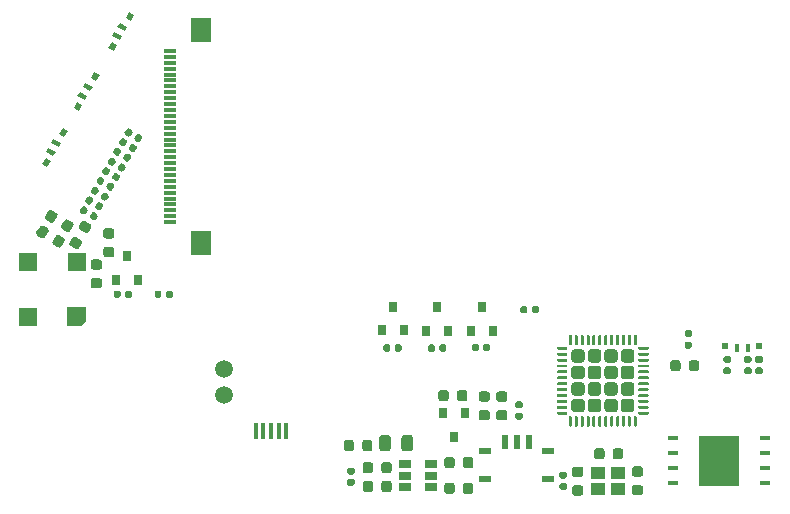
<source format=gtp>
G04 #@! TF.GenerationSoftware,KiCad,Pcbnew,(5.1.6)-1*
G04 #@! TF.CreationDate,2021-01-06T20:51:57+08:00*
G04 #@! TF.ProjectId,main_V1.0,6d61696e-5f56-4312-9e30-2e6b69636164,rev?*
G04 #@! TF.SameCoordinates,Original*
G04 #@! TF.FileFunction,Paste,Top*
G04 #@! TF.FilePolarity,Positive*
%FSLAX46Y46*%
G04 Gerber Fmt 4.6, Leading zero omitted, Abs format (unit mm)*
G04 Created by KiCad (PCBNEW (5.1.6)-1) date 2021-01-06 20:51:57*
%MOMM*%
%LPD*%
G01*
G04 APERTURE LIST*
%ADD10R,1.700000X2.000000*%
%ADD11R,1.100000X0.300000*%
%ADD12C,0.100000*%
%ADD13R,0.600000X0.500000*%
%ADD14R,0.400000X0.750000*%
%ADD15R,3.450000X4.350000*%
%ADD16R,0.950000X0.450000*%
%ADD17R,0.400000X1.350000*%
%ADD18R,1.150000X1.000000*%
%ADD19R,1.600000X1.600000*%
%ADD20R,0.800000X0.900000*%
%ADD21R,1.000000X0.500000*%
%ADD22R,0.500000X1.300000*%
%ADD23R,1.060000X0.650000*%
%ADD24C,1.500000*%
G04 APERTURE END LIST*
D10*
X46819000Y5117000D03*
D11*
X44262500Y-8650000D03*
X44262500Y350000D03*
X44262500Y1350000D03*
X44262500Y2350000D03*
X44262500Y-2650000D03*
X44262500Y2850000D03*
X44262500Y-8150000D03*
X44262500Y-5150000D03*
X44262500Y-650000D03*
X44262500Y-7650000D03*
X44262500Y-1150000D03*
X44262500Y1850000D03*
X44262500Y-10650000D03*
D10*
X46819000Y-12917000D03*
D11*
X44262500Y-3650000D03*
X44262500Y-9150000D03*
X44262500Y-6150000D03*
X44262500Y-3150000D03*
X44262500Y-1650000D03*
X44262500Y-11150000D03*
X44262500Y-9650000D03*
X44262500Y-150000D03*
X44262500Y850000D03*
X44262500Y-4150000D03*
X44262500Y-5650000D03*
X44262500Y3350000D03*
X44262500Y-7150000D03*
X44262500Y-4650000D03*
X44262500Y-6650000D03*
X44262500Y-10150000D03*
X44262500Y-2150000D03*
G36*
G01*
X38682105Y-7667711D02*
X38509606Y-7966489D01*
G75*
G02*
X38308117Y-8020478I-127739J73750D01*
G01*
X38052639Y-7872978D01*
G75*
G02*
X37998650Y-7671489I73750J127739D01*
G01*
X38171150Y-7372711D01*
G75*
G02*
X38372639Y-7318722I127739J-73750D01*
G01*
X38628117Y-7466222D01*
G75*
G02*
X38682106Y-7667711I-73750J-127739D01*
G01*
G37*
G36*
G01*
X39522149Y-8152711D02*
X39349650Y-8451489D01*
G75*
G02*
X39148161Y-8505478I-127739J73750D01*
G01*
X38892683Y-8357978D01*
G75*
G02*
X38838694Y-8156489I73750J127739D01*
G01*
X39011194Y-7857711D01*
G75*
G02*
X39212683Y-7803722I127739J-73750D01*
G01*
X39468161Y-7951222D01*
G75*
G02*
X39522150Y-8152711I-73750J-127739D01*
G01*
G37*
G36*
G01*
X38199505Y-8493211D02*
X38027006Y-8791989D01*
G75*
G02*
X37825517Y-8845978I-127739J73750D01*
G01*
X37570039Y-8698478D01*
G75*
G02*
X37516050Y-8496989I73750J127739D01*
G01*
X37688550Y-8198211D01*
G75*
G02*
X37890039Y-8144222I127739J-73750D01*
G01*
X38145517Y-8291722D01*
G75*
G02*
X38199506Y-8493211I-73750J-127739D01*
G01*
G37*
G36*
G01*
X39039549Y-8978211D02*
X38867050Y-9276989D01*
G75*
G02*
X38665561Y-9330978I-127739J73750D01*
G01*
X38410083Y-9183478D01*
G75*
G02*
X38356094Y-8981989I73750J127739D01*
G01*
X38528594Y-8683211D01*
G75*
G02*
X38730083Y-8629222I127739J-73750D01*
G01*
X38985561Y-8776722D01*
G75*
G02*
X39039550Y-8978211I-73750J-127739D01*
G01*
G37*
G36*
G01*
X38796250Y-13240500D02*
X39308750Y-13240500D01*
G75*
G02*
X39527500Y-13459250I0J-218750D01*
G01*
X39527500Y-13896750D01*
G75*
G02*
X39308750Y-14115500I-218750J0D01*
G01*
X38796250Y-14115500D01*
G75*
G02*
X38577500Y-13896750I0J218750D01*
G01*
X38577500Y-13459250D01*
G75*
G02*
X38796250Y-13240500I218750J0D01*
G01*
G37*
G36*
G01*
X38796250Y-11665500D02*
X39308750Y-11665500D01*
G75*
G02*
X39527500Y-11884250I0J-218750D01*
G01*
X39527500Y-12321750D01*
G75*
G02*
X39308750Y-12540500I-218750J0D01*
G01*
X38796250Y-12540500D01*
G75*
G02*
X38577500Y-12321750I0J218750D01*
G01*
X38577500Y-11884250D01*
G75*
G02*
X38796250Y-11665500I218750J0D01*
G01*
G37*
G36*
G01*
X36242581Y-12392384D02*
X36686419Y-12648634D01*
G75*
G02*
X36766487Y-12947452I-109375J-189443D01*
G01*
X36547737Y-13326338D01*
G75*
G02*
X36248919Y-13406406I-189443J109375D01*
G01*
X35805081Y-13150156D01*
G75*
G02*
X35725013Y-12851338I109375J189443D01*
G01*
X35943763Y-12472452D01*
G75*
G02*
X36242581Y-12392384I189443J-109375D01*
G01*
G37*
G36*
G01*
X37030081Y-11028394D02*
X37473919Y-11284644D01*
G75*
G02*
X37553987Y-11583462I-109375J-189443D01*
G01*
X37335237Y-11962348D01*
G75*
G02*
X37036419Y-12042416I-189443J109375D01*
G01*
X36592581Y-11786166D01*
G75*
G02*
X36512513Y-11487348I109375J189443D01*
G01*
X36731263Y-11108462D01*
G75*
G02*
X37030081Y-11028394I189443J-109375D01*
G01*
G37*
D12*
G36*
X40912800Y5856749D02*
G01*
X40479788Y6106749D01*
X40779788Y6626365D01*
X41212800Y6376365D01*
X40912800Y5856749D01*
G37*
G36*
X40427800Y5016704D02*
G01*
X39778280Y5391704D01*
X39978280Y5738114D01*
X40627800Y5363114D01*
X40427800Y5016704D01*
G37*
G36*
X39452800Y3327954D02*
G01*
X39019788Y3577954D01*
X39319788Y4097570D01*
X39752800Y3847570D01*
X39452800Y3327954D01*
G37*
G36*
X39977800Y4237282D02*
G01*
X39328280Y4612282D01*
X39528280Y4958692D01*
X40177800Y4583692D01*
X39977800Y4237282D01*
G37*
G36*
G01*
X63258301Y-21965702D02*
X63258301Y-21620702D01*
G75*
G02*
X63405801Y-21473202I147500J0D01*
G01*
X63700801Y-21473202D01*
G75*
G02*
X63848301Y-21620702I0J-147500D01*
G01*
X63848301Y-21965702D01*
G75*
G02*
X63700801Y-22113202I-147500J0D01*
G01*
X63405801Y-22113202D01*
G75*
G02*
X63258301Y-21965702I0J147500D01*
G01*
G37*
G36*
G01*
X62288301Y-21965702D02*
X62288301Y-21620702D01*
G75*
G02*
X62435801Y-21473202I147500J0D01*
G01*
X62730801Y-21473202D01*
G75*
G02*
X62878301Y-21620702I0J-147500D01*
G01*
X62878301Y-21965702D01*
G75*
G02*
X62730801Y-22113202I-147500J0D01*
G01*
X62435801Y-22113202D01*
G75*
G02*
X62288301Y-21965702I0J147500D01*
G01*
G37*
G36*
G01*
X67042799Y-21991104D02*
X67042799Y-21646104D01*
G75*
G02*
X67190299Y-21498604I147500J0D01*
G01*
X67485299Y-21498604D01*
G75*
G02*
X67632799Y-21646104I0J-147500D01*
G01*
X67632799Y-21991104D01*
G75*
G02*
X67485299Y-22138604I-147500J0D01*
G01*
X67190299Y-22138604D01*
G75*
G02*
X67042799Y-21991104I0J147500D01*
G01*
G37*
G36*
G01*
X66072799Y-21991104D02*
X66072799Y-21646104D01*
G75*
G02*
X66220299Y-21498604I147500J0D01*
G01*
X66515299Y-21498604D01*
G75*
G02*
X66662799Y-21646104I0J-147500D01*
G01*
X66662799Y-21991104D01*
G75*
G02*
X66515299Y-22138604I-147500J0D01*
G01*
X66220299Y-22138604D01*
G75*
G02*
X66072799Y-21991104I0J147500D01*
G01*
G37*
G36*
G01*
X70751200Y-21940299D02*
X70751200Y-21595299D01*
G75*
G02*
X70898700Y-21447799I147500J0D01*
G01*
X71193700Y-21447799D01*
G75*
G02*
X71341200Y-21595299I0J-147500D01*
G01*
X71341200Y-21940299D01*
G75*
G02*
X71193700Y-22087799I-147500J0D01*
G01*
X70898700Y-22087799D01*
G75*
G02*
X70751200Y-21940299I0J147500D01*
G01*
G37*
G36*
G01*
X69781200Y-21940299D02*
X69781200Y-21595299D01*
G75*
G02*
X69928700Y-21447799I147500J0D01*
G01*
X70223700Y-21447799D01*
G75*
G02*
X70371200Y-21595299I0J-147500D01*
G01*
X70371200Y-21940299D01*
G75*
G02*
X70223700Y-22087799I-147500J0D01*
G01*
X69928700Y-22087799D01*
G75*
G02*
X69781200Y-21940299I0J147500D01*
G01*
G37*
G36*
G01*
X59722800Y-32512500D02*
X59377800Y-32512500D01*
G75*
G02*
X59230300Y-32365000I0J147500D01*
G01*
X59230300Y-32070000D01*
G75*
G02*
X59377800Y-31922500I147500J0D01*
G01*
X59722800Y-31922500D01*
G75*
G02*
X59870300Y-32070000I0J-147500D01*
G01*
X59870300Y-32365000D01*
G75*
G02*
X59722800Y-32512500I-147500J0D01*
G01*
G37*
G36*
G01*
X59722800Y-33482500D02*
X59377800Y-33482500D01*
G75*
G02*
X59230300Y-33335000I0J147500D01*
G01*
X59230300Y-33040000D01*
G75*
G02*
X59377800Y-32892500I147500J0D01*
G01*
X59722800Y-32892500D01*
G75*
G02*
X59870300Y-33040000I0J-147500D01*
G01*
X59870300Y-33335000D01*
G75*
G02*
X59722800Y-33482500I-147500J0D01*
G01*
G37*
G36*
G01*
X40423600Y-17431800D02*
X40423600Y-17086800D01*
G75*
G02*
X40571100Y-16939300I147500J0D01*
G01*
X40866100Y-16939300D01*
G75*
G02*
X41013600Y-17086800I0J-147500D01*
G01*
X41013600Y-17431800D01*
G75*
G02*
X40866100Y-17579300I-147500J0D01*
G01*
X40571100Y-17579300D01*
G75*
G02*
X40423600Y-17431800I0J147500D01*
G01*
G37*
G36*
G01*
X39453600Y-17431800D02*
X39453600Y-17086800D01*
G75*
G02*
X39601100Y-16939300I147500J0D01*
G01*
X39896100Y-16939300D01*
G75*
G02*
X40043600Y-17086800I0J-147500D01*
G01*
X40043600Y-17431800D01*
G75*
G02*
X39896100Y-17579300I-147500J0D01*
G01*
X39601100Y-17579300D01*
G75*
G02*
X39453600Y-17431800I0J147500D01*
G01*
G37*
G36*
G01*
X43886800Y-17433400D02*
X43886800Y-17088400D01*
G75*
G02*
X44034300Y-16940900I147500J0D01*
G01*
X44329300Y-16940900D01*
G75*
G02*
X44476800Y-17088400I0J-147500D01*
G01*
X44476800Y-17433400D01*
G75*
G02*
X44329300Y-17580900I-147500J0D01*
G01*
X44034300Y-17580900D01*
G75*
G02*
X43886800Y-17433400I0J147500D01*
G01*
G37*
G36*
G01*
X42916800Y-17433400D02*
X42916800Y-17088400D01*
G75*
G02*
X43064300Y-16940900I147500J0D01*
G01*
X43359300Y-16940900D01*
G75*
G02*
X43506800Y-17088400I0J-147500D01*
G01*
X43506800Y-17433400D01*
G75*
G02*
X43359300Y-17580900I-147500J0D01*
G01*
X43064300Y-17580900D01*
G75*
G02*
X42916800Y-17433400I0J147500D01*
G01*
G37*
G36*
G01*
X73934100Y-26899100D02*
X73589100Y-26899100D01*
G75*
G02*
X73441600Y-26751600I0J147500D01*
G01*
X73441600Y-26456600D01*
G75*
G02*
X73589100Y-26309100I147500J0D01*
G01*
X73934100Y-26309100D01*
G75*
G02*
X74081600Y-26456600I0J-147500D01*
G01*
X74081600Y-26751600D01*
G75*
G02*
X73934100Y-26899100I-147500J0D01*
G01*
G37*
G36*
G01*
X73934100Y-27869100D02*
X73589100Y-27869100D01*
G75*
G02*
X73441600Y-27721600I0J147500D01*
G01*
X73441600Y-27426600D01*
G75*
G02*
X73589100Y-27279100I147500J0D01*
G01*
X73934100Y-27279100D01*
G75*
G02*
X74081600Y-27426600I0J-147500D01*
G01*
X74081600Y-27721600D01*
G75*
G02*
X73934100Y-27869100I-147500J0D01*
G01*
G37*
G36*
G01*
X74486000Y-18382200D02*
X74486000Y-18727200D01*
G75*
G02*
X74338500Y-18874700I-147500J0D01*
G01*
X74043500Y-18874700D01*
G75*
G02*
X73896000Y-18727200I0J147500D01*
G01*
X73896000Y-18382200D01*
G75*
G02*
X74043500Y-18234700I147500J0D01*
G01*
X74338500Y-18234700D01*
G75*
G02*
X74486000Y-18382200I0J-147500D01*
G01*
G37*
G36*
G01*
X75456000Y-18382200D02*
X75456000Y-18727200D01*
G75*
G02*
X75308500Y-18874700I-147500J0D01*
G01*
X75013500Y-18874700D01*
G75*
G02*
X74866000Y-18727200I0J147500D01*
G01*
X74866000Y-18382200D01*
G75*
G02*
X75013500Y-18234700I147500J0D01*
G01*
X75308500Y-18234700D01*
G75*
G02*
X75456000Y-18382200I0J-147500D01*
G01*
G37*
G36*
G01*
X87940100Y-21259300D02*
X88285100Y-21259300D01*
G75*
G02*
X88432600Y-21406800I0J-147500D01*
G01*
X88432600Y-21701800D01*
G75*
G02*
X88285100Y-21849300I-147500J0D01*
G01*
X87940100Y-21849300D01*
G75*
G02*
X87792600Y-21701800I0J147500D01*
G01*
X87792600Y-21406800D01*
G75*
G02*
X87940100Y-21259300I147500J0D01*
G01*
G37*
G36*
G01*
X87940100Y-20289300D02*
X88285100Y-20289300D01*
G75*
G02*
X88432600Y-20436800I0J-147500D01*
G01*
X88432600Y-20731800D01*
G75*
G02*
X88285100Y-20879300I-147500J0D01*
G01*
X87940100Y-20879300D01*
G75*
G02*
X87792600Y-20731800I0J147500D01*
G01*
X87792600Y-20436800D01*
G75*
G02*
X87940100Y-20289300I147500J0D01*
G01*
G37*
G36*
G01*
X77348300Y-33248100D02*
X77693300Y-33248100D01*
G75*
G02*
X77840800Y-33395600I0J-147500D01*
G01*
X77840800Y-33690600D01*
G75*
G02*
X77693300Y-33838100I-147500J0D01*
G01*
X77348300Y-33838100D01*
G75*
G02*
X77200800Y-33690600I0J147500D01*
G01*
X77200800Y-33395600D01*
G75*
G02*
X77348300Y-33248100I147500J0D01*
G01*
G37*
G36*
G01*
X77348300Y-32278100D02*
X77693300Y-32278100D01*
G75*
G02*
X77840800Y-32425600I0J-147500D01*
G01*
X77840800Y-32720600D01*
G75*
G02*
X77693300Y-32868100I-147500J0D01*
G01*
X77348300Y-32868100D01*
G75*
G02*
X77200800Y-32720600I0J147500D01*
G01*
X77200800Y-32425600D01*
G75*
G02*
X77348300Y-32278100I147500J0D01*
G01*
G37*
G36*
X37966400Y776749D02*
G01*
X37533388Y1026749D01*
X37833388Y1546365D01*
X38266400Y1296365D01*
X37966400Y776749D01*
G37*
G36*
X37481400Y-63296D02*
G01*
X36831880Y311704D01*
X37031880Y658114D01*
X37681400Y283114D01*
X37481400Y-63296D01*
G37*
G36*
X36506400Y-1752046D02*
G01*
X36073388Y-1502046D01*
X36373388Y-982430D01*
X36806400Y-1232430D01*
X36506400Y-1752046D01*
G37*
G36*
X37031400Y-842718D02*
G01*
X36381880Y-467718D01*
X36581880Y-121308D01*
X37231400Y-496308D01*
X37031400Y-842718D01*
G37*
G36*
X35281000Y-3959949D02*
G01*
X34847988Y-3709949D01*
X35147988Y-3190333D01*
X35581000Y-3440333D01*
X35281000Y-3959949D01*
G37*
G36*
X34796000Y-4799994D02*
G01*
X34146480Y-4424994D01*
X34346480Y-4078584D01*
X34996000Y-4453584D01*
X34796000Y-4799994D01*
G37*
G36*
X33821000Y-6488744D02*
G01*
X33387988Y-6238744D01*
X33687988Y-5719128D01*
X34121000Y-5969128D01*
X33821000Y-6488744D01*
G37*
G36*
X34346000Y-5579416D02*
G01*
X33696480Y-5204416D01*
X33896480Y-4858006D01*
X34546000Y-5233006D01*
X34346000Y-5579416D01*
G37*
D13*
X91202700Y-21649500D03*
D14*
X92272700Y-21774500D03*
D13*
X94122700Y-21649500D03*
D14*
X93172700Y-21774500D03*
D15*
X90728800Y-31330900D03*
D16*
X86828800Y-33235900D03*
X86828800Y-31965900D03*
X86828800Y-30695900D03*
X86828800Y-29425900D03*
X94628800Y-29425900D03*
X94628800Y-30695900D03*
X94628800Y-31965900D03*
X94628800Y-33235900D03*
D17*
X52118500Y-28814300D03*
X51468500Y-28814300D03*
X53418500Y-28814300D03*
X54068500Y-28814300D03*
X52768500Y-28814300D03*
G36*
G01*
X37729605Y-9318711D02*
X37557106Y-9617489D01*
G75*
G02*
X37355617Y-9671478I-127739J73750D01*
G01*
X37100139Y-9523978D01*
G75*
G02*
X37046150Y-9322489I73750J127739D01*
G01*
X37218650Y-9023711D01*
G75*
G02*
X37420139Y-8969722I127739J-73750D01*
G01*
X37675617Y-9117222D01*
G75*
G02*
X37729606Y-9318711I-73750J-127739D01*
G01*
G37*
G36*
G01*
X38569649Y-9803711D02*
X38397150Y-10102489D01*
G75*
G02*
X38195661Y-10156478I-127739J73750D01*
G01*
X37940183Y-10008978D01*
G75*
G02*
X37886194Y-9807489I73750J127739D01*
G01*
X38058694Y-9508711D01*
G75*
G02*
X38260183Y-9454722I127739J-73750D01*
G01*
X38515661Y-9602222D01*
G75*
G02*
X38569650Y-9803711I-73750J-127739D01*
G01*
G37*
G36*
G01*
X37259705Y-10144211D02*
X37087206Y-10442989D01*
G75*
G02*
X36885717Y-10496978I-127739J73750D01*
G01*
X36630239Y-10349478D01*
G75*
G02*
X36576250Y-10147989I73750J127739D01*
G01*
X36748750Y-9849211D01*
G75*
G02*
X36950239Y-9795222I127739J-73750D01*
G01*
X37205717Y-9942722D01*
G75*
G02*
X37259706Y-10144211I-73750J-127739D01*
G01*
G37*
G36*
G01*
X38099749Y-10629211D02*
X37927250Y-10927989D01*
G75*
G02*
X37725761Y-10981978I-127739J73750D01*
G01*
X37470283Y-10834478D01*
G75*
G02*
X37416294Y-10632989I73750J127739D01*
G01*
X37588794Y-10334211D01*
G75*
G02*
X37790283Y-10280222I127739J-73750D01*
G01*
X38045761Y-10427722D01*
G75*
G02*
X38099750Y-10629211I-73750J-127739D01*
G01*
G37*
G36*
G01*
X39634605Y-6029411D02*
X39462106Y-6328189D01*
G75*
G02*
X39260617Y-6382178I-127739J73750D01*
G01*
X39005139Y-6234678D01*
G75*
G02*
X38951150Y-6033189I73750J127739D01*
G01*
X39123650Y-5734411D01*
G75*
G02*
X39325139Y-5680422I127739J-73750D01*
G01*
X39580617Y-5827922D01*
G75*
G02*
X39634606Y-6029411I-73750J-127739D01*
G01*
G37*
G36*
G01*
X40474649Y-6514411D02*
X40302150Y-6813189D01*
G75*
G02*
X40100661Y-6867178I-127739J73750D01*
G01*
X39845183Y-6719678D01*
G75*
G02*
X39791194Y-6518189I73750J127739D01*
G01*
X39963694Y-6219411D01*
G75*
G02*
X40165183Y-6165422I127739J-73750D01*
G01*
X40420661Y-6312922D01*
G75*
G02*
X40474650Y-6514411I-73750J-127739D01*
G01*
G37*
G36*
G01*
X39152005Y-6842211D02*
X38979506Y-7140989D01*
G75*
G02*
X38778017Y-7194978I-127739J73750D01*
G01*
X38522539Y-7047478D01*
G75*
G02*
X38468550Y-6845989I73750J127739D01*
G01*
X38641050Y-6547211D01*
G75*
G02*
X38842539Y-6493222I127739J-73750D01*
G01*
X39098017Y-6640722D01*
G75*
G02*
X39152006Y-6842211I-73750J-127739D01*
G01*
G37*
G36*
G01*
X39992049Y-7327211D02*
X39819550Y-7625989D01*
G75*
G02*
X39618061Y-7679978I-127739J73750D01*
G01*
X39362583Y-7532478D01*
G75*
G02*
X39308594Y-7330989I73750J127739D01*
G01*
X39481094Y-7032211D01*
G75*
G02*
X39682583Y-6978222I127739J-73750D01*
G01*
X39938061Y-7125722D01*
G75*
G02*
X39992050Y-7327211I-73750J-127739D01*
G01*
G37*
G36*
G01*
X41057005Y-3552911D02*
X40884506Y-3851689D01*
G75*
G02*
X40683017Y-3905678I-127739J73750D01*
G01*
X40427539Y-3758178D01*
G75*
G02*
X40373550Y-3556689I73750J127739D01*
G01*
X40546050Y-3257911D01*
G75*
G02*
X40747539Y-3203922I127739J-73750D01*
G01*
X41003017Y-3351422D01*
G75*
G02*
X41057006Y-3552911I-73750J-127739D01*
G01*
G37*
G36*
G01*
X41897049Y-4037911D02*
X41724550Y-4336689D01*
G75*
G02*
X41523061Y-4390678I-127739J73750D01*
G01*
X41267583Y-4243178D01*
G75*
G02*
X41213594Y-4041689I73750J127739D01*
G01*
X41386094Y-3742911D01*
G75*
G02*
X41587583Y-3688922I127739J-73750D01*
G01*
X41843061Y-3836422D01*
G75*
G02*
X41897050Y-4037911I-73750J-127739D01*
G01*
G37*
G36*
G01*
X40587105Y-4378411D02*
X40414606Y-4677189D01*
G75*
G02*
X40213117Y-4731178I-127739J73750D01*
G01*
X39957639Y-4583678D01*
G75*
G02*
X39903650Y-4382189I73750J127739D01*
G01*
X40076150Y-4083411D01*
G75*
G02*
X40277639Y-4029422I127739J-73750D01*
G01*
X40533117Y-4176922D01*
G75*
G02*
X40587106Y-4378411I-73750J-127739D01*
G01*
G37*
G36*
G01*
X41427149Y-4863411D02*
X41254650Y-5162189D01*
G75*
G02*
X41053161Y-5216178I-127739J73750D01*
G01*
X40797683Y-5068678D01*
G75*
G02*
X40743694Y-4867189I73750J127739D01*
G01*
X40916194Y-4568411D01*
G75*
G02*
X41117683Y-4514422I127739J-73750D01*
G01*
X41373161Y-4661922D01*
G75*
G02*
X41427150Y-4863411I-73750J-127739D01*
G01*
G37*
G36*
G01*
X40104505Y-5203911D02*
X39932006Y-5502689D01*
G75*
G02*
X39730517Y-5556678I-127739J73750D01*
G01*
X39475039Y-5409178D01*
G75*
G02*
X39421050Y-5207689I73750J127739D01*
G01*
X39593550Y-4908911D01*
G75*
G02*
X39795039Y-4854922I127739J-73750D01*
G01*
X40050517Y-5002422D01*
G75*
G02*
X40104506Y-5203911I-73750J-127739D01*
G01*
G37*
G36*
G01*
X40944549Y-5688911D02*
X40772050Y-5987689D01*
G75*
G02*
X40570561Y-6041678I-127739J73750D01*
G01*
X40315083Y-5894178D01*
G75*
G02*
X40261094Y-5692689I73750J127739D01*
G01*
X40433594Y-5393911D01*
G75*
G02*
X40635083Y-5339922I127739J-73750D01*
G01*
X40890561Y-5487422D01*
G75*
G02*
X40944550Y-5688911I-73750J-127739D01*
G01*
G37*
G36*
G01*
X91569300Y-23070900D02*
X91224300Y-23070900D01*
G75*
G02*
X91076800Y-22923400I0J147500D01*
G01*
X91076800Y-22628400D01*
G75*
G02*
X91224300Y-22480900I147500J0D01*
G01*
X91569300Y-22480900D01*
G75*
G02*
X91716800Y-22628400I0J-147500D01*
G01*
X91716800Y-22923400D01*
G75*
G02*
X91569300Y-23070900I-147500J0D01*
G01*
G37*
G36*
G01*
X91569300Y-24040900D02*
X91224300Y-24040900D01*
G75*
G02*
X91076800Y-23893400I0J147500D01*
G01*
X91076800Y-23598400D01*
G75*
G02*
X91224300Y-23450900I147500J0D01*
G01*
X91569300Y-23450900D01*
G75*
G02*
X91716800Y-23598400I0J-147500D01*
G01*
X91716800Y-23893400D01*
G75*
G02*
X91569300Y-24040900I-147500J0D01*
G01*
G37*
G36*
G01*
X93319300Y-23070900D02*
X92974300Y-23070900D01*
G75*
G02*
X92826800Y-22923400I0J147500D01*
G01*
X92826800Y-22628400D01*
G75*
G02*
X92974300Y-22480900I147500J0D01*
G01*
X93319300Y-22480900D01*
G75*
G02*
X93466800Y-22628400I0J-147500D01*
G01*
X93466800Y-22923400D01*
G75*
G02*
X93319300Y-23070900I-147500J0D01*
G01*
G37*
G36*
G01*
X93319300Y-24040900D02*
X92974300Y-24040900D01*
G75*
G02*
X92826800Y-23893400I0J147500D01*
G01*
X92826800Y-23598400D01*
G75*
G02*
X92974300Y-23450900I147500J0D01*
G01*
X93319300Y-23450900D01*
G75*
G02*
X93466800Y-23598400I0J-147500D01*
G01*
X93466800Y-23893400D01*
G75*
G02*
X93319300Y-24040900I-147500J0D01*
G01*
G37*
G36*
G01*
X94269300Y-23070900D02*
X93924300Y-23070900D01*
G75*
G02*
X93776800Y-22923400I0J147500D01*
G01*
X93776800Y-22628400D01*
G75*
G02*
X93924300Y-22480900I147500J0D01*
G01*
X94269300Y-22480900D01*
G75*
G02*
X94416800Y-22628400I0J-147500D01*
G01*
X94416800Y-22923400D01*
G75*
G02*
X94269300Y-23070900I-147500J0D01*
G01*
G37*
G36*
G01*
X94269300Y-24040900D02*
X93924300Y-24040900D01*
G75*
G02*
X93776800Y-23893400I0J147500D01*
G01*
X93776800Y-23598400D01*
G75*
G02*
X93924300Y-23450900I147500J0D01*
G01*
X94269300Y-23450900D01*
G75*
G02*
X94416800Y-23598400I0J-147500D01*
G01*
X94416800Y-23893400D01*
G75*
G02*
X94269300Y-24040900I-147500J0D01*
G01*
G37*
D18*
X82193100Y-33758100D03*
X80443100Y-33758100D03*
X80443100Y-32358100D03*
X82193100Y-32358100D03*
D12*
G36*
X35527300Y-18340200D02*
G01*
X37127300Y-18340200D01*
X37127300Y-19540200D01*
X36727300Y-19940200D01*
X35527300Y-19940200D01*
X35527300Y-18340200D01*
G37*
D19*
X32227300Y-14540200D03*
X36327300Y-14540200D03*
X32227300Y-19140200D03*
D20*
X68287900Y-29333700D03*
X67337900Y-27333700D03*
X69237900Y-27333700D03*
G36*
G01*
X83288600Y-23039500D02*
X82658600Y-23039500D01*
G75*
G02*
X82408600Y-22789500I0J250000D01*
G01*
X82408600Y-22159500D01*
G75*
G02*
X82658600Y-21909500I250000J0D01*
G01*
X83288600Y-21909500D01*
G75*
G02*
X83538600Y-22159500I0J-250000D01*
G01*
X83538600Y-22789500D01*
G75*
G02*
X83288600Y-23039500I-250000J0D01*
G01*
G37*
G36*
G01*
X81888600Y-23039500D02*
X81258600Y-23039500D01*
G75*
G02*
X81008600Y-22789500I0J250000D01*
G01*
X81008600Y-22159500D01*
G75*
G02*
X81258600Y-21909500I250000J0D01*
G01*
X81888600Y-21909500D01*
G75*
G02*
X82138600Y-22159500I0J-250000D01*
G01*
X82138600Y-22789500D01*
G75*
G02*
X81888600Y-23039500I-250000J0D01*
G01*
G37*
G36*
G01*
X80488600Y-23039500D02*
X79858600Y-23039500D01*
G75*
G02*
X79608600Y-22789500I0J250000D01*
G01*
X79608600Y-22159500D01*
G75*
G02*
X79858600Y-21909500I250000J0D01*
G01*
X80488600Y-21909500D01*
G75*
G02*
X80738600Y-22159500I0J-250000D01*
G01*
X80738600Y-22789500D01*
G75*
G02*
X80488600Y-23039500I-250000J0D01*
G01*
G37*
G36*
G01*
X79088600Y-23039500D02*
X78458600Y-23039500D01*
G75*
G02*
X78208600Y-22789500I0J250000D01*
G01*
X78208600Y-22159500D01*
G75*
G02*
X78458600Y-21909500I250000J0D01*
G01*
X79088600Y-21909500D01*
G75*
G02*
X79338600Y-22159500I0J-250000D01*
G01*
X79338600Y-22789500D01*
G75*
G02*
X79088600Y-23039500I-250000J0D01*
G01*
G37*
G36*
G01*
X83288600Y-24439500D02*
X82658600Y-24439500D01*
G75*
G02*
X82408600Y-24189500I0J250000D01*
G01*
X82408600Y-23559500D01*
G75*
G02*
X82658600Y-23309500I250000J0D01*
G01*
X83288600Y-23309500D01*
G75*
G02*
X83538600Y-23559500I0J-250000D01*
G01*
X83538600Y-24189500D01*
G75*
G02*
X83288600Y-24439500I-250000J0D01*
G01*
G37*
G36*
G01*
X81888600Y-24439500D02*
X81258600Y-24439500D01*
G75*
G02*
X81008600Y-24189500I0J250000D01*
G01*
X81008600Y-23559500D01*
G75*
G02*
X81258600Y-23309500I250000J0D01*
G01*
X81888600Y-23309500D01*
G75*
G02*
X82138600Y-23559500I0J-250000D01*
G01*
X82138600Y-24189500D01*
G75*
G02*
X81888600Y-24439500I-250000J0D01*
G01*
G37*
G36*
G01*
X80488600Y-24439500D02*
X79858600Y-24439500D01*
G75*
G02*
X79608600Y-24189500I0J250000D01*
G01*
X79608600Y-23559500D01*
G75*
G02*
X79858600Y-23309500I250000J0D01*
G01*
X80488600Y-23309500D01*
G75*
G02*
X80738600Y-23559500I0J-250000D01*
G01*
X80738600Y-24189500D01*
G75*
G02*
X80488600Y-24439500I-250000J0D01*
G01*
G37*
G36*
G01*
X79088600Y-24439500D02*
X78458600Y-24439500D01*
G75*
G02*
X78208600Y-24189500I0J250000D01*
G01*
X78208600Y-23559500D01*
G75*
G02*
X78458600Y-23309500I250000J0D01*
G01*
X79088600Y-23309500D01*
G75*
G02*
X79338600Y-23559500I0J-250000D01*
G01*
X79338600Y-24189500D01*
G75*
G02*
X79088600Y-24439500I-250000J0D01*
G01*
G37*
G36*
G01*
X83288600Y-25839500D02*
X82658600Y-25839500D01*
G75*
G02*
X82408600Y-25589500I0J250000D01*
G01*
X82408600Y-24959500D01*
G75*
G02*
X82658600Y-24709500I250000J0D01*
G01*
X83288600Y-24709500D01*
G75*
G02*
X83538600Y-24959500I0J-250000D01*
G01*
X83538600Y-25589500D01*
G75*
G02*
X83288600Y-25839500I-250000J0D01*
G01*
G37*
G36*
G01*
X81888600Y-25839500D02*
X81258600Y-25839500D01*
G75*
G02*
X81008600Y-25589500I0J250000D01*
G01*
X81008600Y-24959500D01*
G75*
G02*
X81258600Y-24709500I250000J0D01*
G01*
X81888600Y-24709500D01*
G75*
G02*
X82138600Y-24959500I0J-250000D01*
G01*
X82138600Y-25589500D01*
G75*
G02*
X81888600Y-25839500I-250000J0D01*
G01*
G37*
G36*
G01*
X80488600Y-25839500D02*
X79858600Y-25839500D01*
G75*
G02*
X79608600Y-25589500I0J250000D01*
G01*
X79608600Y-24959500D01*
G75*
G02*
X79858600Y-24709500I250000J0D01*
G01*
X80488600Y-24709500D01*
G75*
G02*
X80738600Y-24959500I0J-250000D01*
G01*
X80738600Y-25589500D01*
G75*
G02*
X80488600Y-25839500I-250000J0D01*
G01*
G37*
G36*
G01*
X79088600Y-25839500D02*
X78458600Y-25839500D01*
G75*
G02*
X78208600Y-25589500I0J250000D01*
G01*
X78208600Y-24959500D01*
G75*
G02*
X78458600Y-24709500I250000J0D01*
G01*
X79088600Y-24709500D01*
G75*
G02*
X79338600Y-24959500I0J-250000D01*
G01*
X79338600Y-25589500D01*
G75*
G02*
X79088600Y-25839500I-250000J0D01*
G01*
G37*
G36*
G01*
X83288600Y-27239500D02*
X82658600Y-27239500D01*
G75*
G02*
X82408600Y-26989500I0J250000D01*
G01*
X82408600Y-26359500D01*
G75*
G02*
X82658600Y-26109500I250000J0D01*
G01*
X83288600Y-26109500D01*
G75*
G02*
X83538600Y-26359500I0J-250000D01*
G01*
X83538600Y-26989500D01*
G75*
G02*
X83288600Y-27239500I-250000J0D01*
G01*
G37*
G36*
G01*
X81888600Y-27239500D02*
X81258600Y-27239500D01*
G75*
G02*
X81008600Y-26989500I0J250000D01*
G01*
X81008600Y-26359500D01*
G75*
G02*
X81258600Y-26109500I250000J0D01*
G01*
X81888600Y-26109500D01*
G75*
G02*
X82138600Y-26359500I0J-250000D01*
G01*
X82138600Y-26989500D01*
G75*
G02*
X81888600Y-27239500I-250000J0D01*
G01*
G37*
G36*
G01*
X80488600Y-27239500D02*
X79858600Y-27239500D01*
G75*
G02*
X79608600Y-26989500I0J250000D01*
G01*
X79608600Y-26359500D01*
G75*
G02*
X79858600Y-26109500I250000J0D01*
G01*
X80488600Y-26109500D01*
G75*
G02*
X80738600Y-26359500I0J-250000D01*
G01*
X80738600Y-26989500D01*
G75*
G02*
X80488600Y-27239500I-250000J0D01*
G01*
G37*
G36*
G01*
X79088600Y-27239500D02*
X78458600Y-27239500D01*
G75*
G02*
X78208600Y-26989500I0J250000D01*
G01*
X78208600Y-26359500D01*
G75*
G02*
X78458600Y-26109500I250000J0D01*
G01*
X79088600Y-26109500D01*
G75*
G02*
X79338600Y-26359500I0J-250000D01*
G01*
X79338600Y-26989500D01*
G75*
G02*
X79088600Y-27239500I-250000J0D01*
G01*
G37*
G36*
G01*
X77811100Y-27449500D02*
X77061100Y-27449500D01*
G75*
G02*
X76998600Y-27387000I0J62500D01*
G01*
X76998600Y-27262000D01*
G75*
G02*
X77061100Y-27199500I62500J0D01*
G01*
X77811100Y-27199500D01*
G75*
G02*
X77873600Y-27262000I0J-62500D01*
G01*
X77873600Y-27387000D01*
G75*
G02*
X77811100Y-27449500I-62500J0D01*
G01*
G37*
G36*
G01*
X77811100Y-26949500D02*
X77061100Y-26949500D01*
G75*
G02*
X76998600Y-26887000I0J62500D01*
G01*
X76998600Y-26762000D01*
G75*
G02*
X77061100Y-26699500I62500J0D01*
G01*
X77811100Y-26699500D01*
G75*
G02*
X77873600Y-26762000I0J-62500D01*
G01*
X77873600Y-26887000D01*
G75*
G02*
X77811100Y-26949500I-62500J0D01*
G01*
G37*
G36*
G01*
X77811100Y-26449500D02*
X77061100Y-26449500D01*
G75*
G02*
X76998600Y-26387000I0J62500D01*
G01*
X76998600Y-26262000D01*
G75*
G02*
X77061100Y-26199500I62500J0D01*
G01*
X77811100Y-26199500D01*
G75*
G02*
X77873600Y-26262000I0J-62500D01*
G01*
X77873600Y-26387000D01*
G75*
G02*
X77811100Y-26449500I-62500J0D01*
G01*
G37*
G36*
G01*
X77811100Y-25949500D02*
X77061100Y-25949500D01*
G75*
G02*
X76998600Y-25887000I0J62500D01*
G01*
X76998600Y-25762000D01*
G75*
G02*
X77061100Y-25699500I62500J0D01*
G01*
X77811100Y-25699500D01*
G75*
G02*
X77873600Y-25762000I0J-62500D01*
G01*
X77873600Y-25887000D01*
G75*
G02*
X77811100Y-25949500I-62500J0D01*
G01*
G37*
G36*
G01*
X77811100Y-25449500D02*
X77061100Y-25449500D01*
G75*
G02*
X76998600Y-25387000I0J62500D01*
G01*
X76998600Y-25262000D01*
G75*
G02*
X77061100Y-25199500I62500J0D01*
G01*
X77811100Y-25199500D01*
G75*
G02*
X77873600Y-25262000I0J-62500D01*
G01*
X77873600Y-25387000D01*
G75*
G02*
X77811100Y-25449500I-62500J0D01*
G01*
G37*
G36*
G01*
X77811100Y-24949500D02*
X77061100Y-24949500D01*
G75*
G02*
X76998600Y-24887000I0J62500D01*
G01*
X76998600Y-24762000D01*
G75*
G02*
X77061100Y-24699500I62500J0D01*
G01*
X77811100Y-24699500D01*
G75*
G02*
X77873600Y-24762000I0J-62500D01*
G01*
X77873600Y-24887000D01*
G75*
G02*
X77811100Y-24949500I-62500J0D01*
G01*
G37*
G36*
G01*
X77811100Y-24449500D02*
X77061100Y-24449500D01*
G75*
G02*
X76998600Y-24387000I0J62500D01*
G01*
X76998600Y-24262000D01*
G75*
G02*
X77061100Y-24199500I62500J0D01*
G01*
X77811100Y-24199500D01*
G75*
G02*
X77873600Y-24262000I0J-62500D01*
G01*
X77873600Y-24387000D01*
G75*
G02*
X77811100Y-24449500I-62500J0D01*
G01*
G37*
G36*
G01*
X77811100Y-23949500D02*
X77061100Y-23949500D01*
G75*
G02*
X76998600Y-23887000I0J62500D01*
G01*
X76998600Y-23762000D01*
G75*
G02*
X77061100Y-23699500I62500J0D01*
G01*
X77811100Y-23699500D01*
G75*
G02*
X77873600Y-23762000I0J-62500D01*
G01*
X77873600Y-23887000D01*
G75*
G02*
X77811100Y-23949500I-62500J0D01*
G01*
G37*
G36*
G01*
X77811100Y-23449500D02*
X77061100Y-23449500D01*
G75*
G02*
X76998600Y-23387000I0J62500D01*
G01*
X76998600Y-23262000D01*
G75*
G02*
X77061100Y-23199500I62500J0D01*
G01*
X77811100Y-23199500D01*
G75*
G02*
X77873600Y-23262000I0J-62500D01*
G01*
X77873600Y-23387000D01*
G75*
G02*
X77811100Y-23449500I-62500J0D01*
G01*
G37*
G36*
G01*
X77811100Y-22949500D02*
X77061100Y-22949500D01*
G75*
G02*
X76998600Y-22887000I0J62500D01*
G01*
X76998600Y-22762000D01*
G75*
G02*
X77061100Y-22699500I62500J0D01*
G01*
X77811100Y-22699500D01*
G75*
G02*
X77873600Y-22762000I0J-62500D01*
G01*
X77873600Y-22887000D01*
G75*
G02*
X77811100Y-22949500I-62500J0D01*
G01*
G37*
G36*
G01*
X77811100Y-22449500D02*
X77061100Y-22449500D01*
G75*
G02*
X76998600Y-22387000I0J62500D01*
G01*
X76998600Y-22262000D01*
G75*
G02*
X77061100Y-22199500I62500J0D01*
G01*
X77811100Y-22199500D01*
G75*
G02*
X77873600Y-22262000I0J-62500D01*
G01*
X77873600Y-22387000D01*
G75*
G02*
X77811100Y-22449500I-62500J0D01*
G01*
G37*
G36*
G01*
X77811100Y-21949500D02*
X77061100Y-21949500D01*
G75*
G02*
X76998600Y-21887000I0J62500D01*
G01*
X76998600Y-21762000D01*
G75*
G02*
X77061100Y-21699500I62500J0D01*
G01*
X77811100Y-21699500D01*
G75*
G02*
X77873600Y-21762000I0J-62500D01*
G01*
X77873600Y-21887000D01*
G75*
G02*
X77811100Y-21949500I-62500J0D01*
G01*
G37*
G36*
G01*
X78186100Y-21574500D02*
X78061100Y-21574500D01*
G75*
G02*
X77998600Y-21512000I0J62500D01*
G01*
X77998600Y-20762000D01*
G75*
G02*
X78061100Y-20699500I62500J0D01*
G01*
X78186100Y-20699500D01*
G75*
G02*
X78248600Y-20762000I0J-62500D01*
G01*
X78248600Y-21512000D01*
G75*
G02*
X78186100Y-21574500I-62500J0D01*
G01*
G37*
G36*
G01*
X78686100Y-21574500D02*
X78561100Y-21574500D01*
G75*
G02*
X78498600Y-21512000I0J62500D01*
G01*
X78498600Y-20762000D01*
G75*
G02*
X78561100Y-20699500I62500J0D01*
G01*
X78686100Y-20699500D01*
G75*
G02*
X78748600Y-20762000I0J-62500D01*
G01*
X78748600Y-21512000D01*
G75*
G02*
X78686100Y-21574500I-62500J0D01*
G01*
G37*
G36*
G01*
X79186100Y-21574500D02*
X79061100Y-21574500D01*
G75*
G02*
X78998600Y-21512000I0J62500D01*
G01*
X78998600Y-20762000D01*
G75*
G02*
X79061100Y-20699500I62500J0D01*
G01*
X79186100Y-20699500D01*
G75*
G02*
X79248600Y-20762000I0J-62500D01*
G01*
X79248600Y-21512000D01*
G75*
G02*
X79186100Y-21574500I-62500J0D01*
G01*
G37*
G36*
G01*
X79686100Y-21574500D02*
X79561100Y-21574500D01*
G75*
G02*
X79498600Y-21512000I0J62500D01*
G01*
X79498600Y-20762000D01*
G75*
G02*
X79561100Y-20699500I62500J0D01*
G01*
X79686100Y-20699500D01*
G75*
G02*
X79748600Y-20762000I0J-62500D01*
G01*
X79748600Y-21512000D01*
G75*
G02*
X79686100Y-21574500I-62500J0D01*
G01*
G37*
G36*
G01*
X80186100Y-21574500D02*
X80061100Y-21574500D01*
G75*
G02*
X79998600Y-21512000I0J62500D01*
G01*
X79998600Y-20762000D01*
G75*
G02*
X80061100Y-20699500I62500J0D01*
G01*
X80186100Y-20699500D01*
G75*
G02*
X80248600Y-20762000I0J-62500D01*
G01*
X80248600Y-21512000D01*
G75*
G02*
X80186100Y-21574500I-62500J0D01*
G01*
G37*
G36*
G01*
X80686100Y-21574500D02*
X80561100Y-21574500D01*
G75*
G02*
X80498600Y-21512000I0J62500D01*
G01*
X80498600Y-20762000D01*
G75*
G02*
X80561100Y-20699500I62500J0D01*
G01*
X80686100Y-20699500D01*
G75*
G02*
X80748600Y-20762000I0J-62500D01*
G01*
X80748600Y-21512000D01*
G75*
G02*
X80686100Y-21574500I-62500J0D01*
G01*
G37*
G36*
G01*
X81186100Y-21574500D02*
X81061100Y-21574500D01*
G75*
G02*
X80998600Y-21512000I0J62500D01*
G01*
X80998600Y-20762000D01*
G75*
G02*
X81061100Y-20699500I62500J0D01*
G01*
X81186100Y-20699500D01*
G75*
G02*
X81248600Y-20762000I0J-62500D01*
G01*
X81248600Y-21512000D01*
G75*
G02*
X81186100Y-21574500I-62500J0D01*
G01*
G37*
G36*
G01*
X81686100Y-21574500D02*
X81561100Y-21574500D01*
G75*
G02*
X81498600Y-21512000I0J62500D01*
G01*
X81498600Y-20762000D01*
G75*
G02*
X81561100Y-20699500I62500J0D01*
G01*
X81686100Y-20699500D01*
G75*
G02*
X81748600Y-20762000I0J-62500D01*
G01*
X81748600Y-21512000D01*
G75*
G02*
X81686100Y-21574500I-62500J0D01*
G01*
G37*
G36*
G01*
X82186100Y-21574500D02*
X82061100Y-21574500D01*
G75*
G02*
X81998600Y-21512000I0J62500D01*
G01*
X81998600Y-20762000D01*
G75*
G02*
X82061100Y-20699500I62500J0D01*
G01*
X82186100Y-20699500D01*
G75*
G02*
X82248600Y-20762000I0J-62500D01*
G01*
X82248600Y-21512000D01*
G75*
G02*
X82186100Y-21574500I-62500J0D01*
G01*
G37*
G36*
G01*
X82686100Y-21574500D02*
X82561100Y-21574500D01*
G75*
G02*
X82498600Y-21512000I0J62500D01*
G01*
X82498600Y-20762000D01*
G75*
G02*
X82561100Y-20699500I62500J0D01*
G01*
X82686100Y-20699500D01*
G75*
G02*
X82748600Y-20762000I0J-62500D01*
G01*
X82748600Y-21512000D01*
G75*
G02*
X82686100Y-21574500I-62500J0D01*
G01*
G37*
G36*
G01*
X83186100Y-21574500D02*
X83061100Y-21574500D01*
G75*
G02*
X82998600Y-21512000I0J62500D01*
G01*
X82998600Y-20762000D01*
G75*
G02*
X83061100Y-20699500I62500J0D01*
G01*
X83186100Y-20699500D01*
G75*
G02*
X83248600Y-20762000I0J-62500D01*
G01*
X83248600Y-21512000D01*
G75*
G02*
X83186100Y-21574500I-62500J0D01*
G01*
G37*
G36*
G01*
X83686100Y-21574500D02*
X83561100Y-21574500D01*
G75*
G02*
X83498600Y-21512000I0J62500D01*
G01*
X83498600Y-20762000D01*
G75*
G02*
X83561100Y-20699500I62500J0D01*
G01*
X83686100Y-20699500D01*
G75*
G02*
X83748600Y-20762000I0J-62500D01*
G01*
X83748600Y-21512000D01*
G75*
G02*
X83686100Y-21574500I-62500J0D01*
G01*
G37*
G36*
G01*
X84686100Y-21949500D02*
X83936100Y-21949500D01*
G75*
G02*
X83873600Y-21887000I0J62500D01*
G01*
X83873600Y-21762000D01*
G75*
G02*
X83936100Y-21699500I62500J0D01*
G01*
X84686100Y-21699500D01*
G75*
G02*
X84748600Y-21762000I0J-62500D01*
G01*
X84748600Y-21887000D01*
G75*
G02*
X84686100Y-21949500I-62500J0D01*
G01*
G37*
G36*
G01*
X84686100Y-22449500D02*
X83936100Y-22449500D01*
G75*
G02*
X83873600Y-22387000I0J62500D01*
G01*
X83873600Y-22262000D01*
G75*
G02*
X83936100Y-22199500I62500J0D01*
G01*
X84686100Y-22199500D01*
G75*
G02*
X84748600Y-22262000I0J-62500D01*
G01*
X84748600Y-22387000D01*
G75*
G02*
X84686100Y-22449500I-62500J0D01*
G01*
G37*
G36*
G01*
X84686100Y-22949500D02*
X83936100Y-22949500D01*
G75*
G02*
X83873600Y-22887000I0J62500D01*
G01*
X83873600Y-22762000D01*
G75*
G02*
X83936100Y-22699500I62500J0D01*
G01*
X84686100Y-22699500D01*
G75*
G02*
X84748600Y-22762000I0J-62500D01*
G01*
X84748600Y-22887000D01*
G75*
G02*
X84686100Y-22949500I-62500J0D01*
G01*
G37*
G36*
G01*
X84686100Y-23449500D02*
X83936100Y-23449500D01*
G75*
G02*
X83873600Y-23387000I0J62500D01*
G01*
X83873600Y-23262000D01*
G75*
G02*
X83936100Y-23199500I62500J0D01*
G01*
X84686100Y-23199500D01*
G75*
G02*
X84748600Y-23262000I0J-62500D01*
G01*
X84748600Y-23387000D01*
G75*
G02*
X84686100Y-23449500I-62500J0D01*
G01*
G37*
G36*
G01*
X84686100Y-23949500D02*
X83936100Y-23949500D01*
G75*
G02*
X83873600Y-23887000I0J62500D01*
G01*
X83873600Y-23762000D01*
G75*
G02*
X83936100Y-23699500I62500J0D01*
G01*
X84686100Y-23699500D01*
G75*
G02*
X84748600Y-23762000I0J-62500D01*
G01*
X84748600Y-23887000D01*
G75*
G02*
X84686100Y-23949500I-62500J0D01*
G01*
G37*
G36*
G01*
X84686100Y-24449500D02*
X83936100Y-24449500D01*
G75*
G02*
X83873600Y-24387000I0J62500D01*
G01*
X83873600Y-24262000D01*
G75*
G02*
X83936100Y-24199500I62500J0D01*
G01*
X84686100Y-24199500D01*
G75*
G02*
X84748600Y-24262000I0J-62500D01*
G01*
X84748600Y-24387000D01*
G75*
G02*
X84686100Y-24449500I-62500J0D01*
G01*
G37*
G36*
G01*
X84686100Y-24949500D02*
X83936100Y-24949500D01*
G75*
G02*
X83873600Y-24887000I0J62500D01*
G01*
X83873600Y-24762000D01*
G75*
G02*
X83936100Y-24699500I62500J0D01*
G01*
X84686100Y-24699500D01*
G75*
G02*
X84748600Y-24762000I0J-62500D01*
G01*
X84748600Y-24887000D01*
G75*
G02*
X84686100Y-24949500I-62500J0D01*
G01*
G37*
G36*
G01*
X84686100Y-25449500D02*
X83936100Y-25449500D01*
G75*
G02*
X83873600Y-25387000I0J62500D01*
G01*
X83873600Y-25262000D01*
G75*
G02*
X83936100Y-25199500I62500J0D01*
G01*
X84686100Y-25199500D01*
G75*
G02*
X84748600Y-25262000I0J-62500D01*
G01*
X84748600Y-25387000D01*
G75*
G02*
X84686100Y-25449500I-62500J0D01*
G01*
G37*
G36*
G01*
X84686100Y-25949500D02*
X83936100Y-25949500D01*
G75*
G02*
X83873600Y-25887000I0J62500D01*
G01*
X83873600Y-25762000D01*
G75*
G02*
X83936100Y-25699500I62500J0D01*
G01*
X84686100Y-25699500D01*
G75*
G02*
X84748600Y-25762000I0J-62500D01*
G01*
X84748600Y-25887000D01*
G75*
G02*
X84686100Y-25949500I-62500J0D01*
G01*
G37*
G36*
G01*
X84686100Y-26449500D02*
X83936100Y-26449500D01*
G75*
G02*
X83873600Y-26387000I0J62500D01*
G01*
X83873600Y-26262000D01*
G75*
G02*
X83936100Y-26199500I62500J0D01*
G01*
X84686100Y-26199500D01*
G75*
G02*
X84748600Y-26262000I0J-62500D01*
G01*
X84748600Y-26387000D01*
G75*
G02*
X84686100Y-26449500I-62500J0D01*
G01*
G37*
G36*
G01*
X84686100Y-26949500D02*
X83936100Y-26949500D01*
G75*
G02*
X83873600Y-26887000I0J62500D01*
G01*
X83873600Y-26762000D01*
G75*
G02*
X83936100Y-26699500I62500J0D01*
G01*
X84686100Y-26699500D01*
G75*
G02*
X84748600Y-26762000I0J-62500D01*
G01*
X84748600Y-26887000D01*
G75*
G02*
X84686100Y-26949500I-62500J0D01*
G01*
G37*
G36*
G01*
X84686100Y-27449500D02*
X83936100Y-27449500D01*
G75*
G02*
X83873600Y-27387000I0J62500D01*
G01*
X83873600Y-27262000D01*
G75*
G02*
X83936100Y-27199500I62500J0D01*
G01*
X84686100Y-27199500D01*
G75*
G02*
X84748600Y-27262000I0J-62500D01*
G01*
X84748600Y-27387000D01*
G75*
G02*
X84686100Y-27449500I-62500J0D01*
G01*
G37*
G36*
G01*
X83686100Y-28449500D02*
X83561100Y-28449500D01*
G75*
G02*
X83498600Y-28387000I0J62500D01*
G01*
X83498600Y-27637000D01*
G75*
G02*
X83561100Y-27574500I62500J0D01*
G01*
X83686100Y-27574500D01*
G75*
G02*
X83748600Y-27637000I0J-62500D01*
G01*
X83748600Y-28387000D01*
G75*
G02*
X83686100Y-28449500I-62500J0D01*
G01*
G37*
G36*
G01*
X83186100Y-28449500D02*
X83061100Y-28449500D01*
G75*
G02*
X82998600Y-28387000I0J62500D01*
G01*
X82998600Y-27637000D01*
G75*
G02*
X83061100Y-27574500I62500J0D01*
G01*
X83186100Y-27574500D01*
G75*
G02*
X83248600Y-27637000I0J-62500D01*
G01*
X83248600Y-28387000D01*
G75*
G02*
X83186100Y-28449500I-62500J0D01*
G01*
G37*
G36*
G01*
X82686100Y-28449500D02*
X82561100Y-28449500D01*
G75*
G02*
X82498600Y-28387000I0J62500D01*
G01*
X82498600Y-27637000D01*
G75*
G02*
X82561100Y-27574500I62500J0D01*
G01*
X82686100Y-27574500D01*
G75*
G02*
X82748600Y-27637000I0J-62500D01*
G01*
X82748600Y-28387000D01*
G75*
G02*
X82686100Y-28449500I-62500J0D01*
G01*
G37*
G36*
G01*
X82186100Y-28449500D02*
X82061100Y-28449500D01*
G75*
G02*
X81998600Y-28387000I0J62500D01*
G01*
X81998600Y-27637000D01*
G75*
G02*
X82061100Y-27574500I62500J0D01*
G01*
X82186100Y-27574500D01*
G75*
G02*
X82248600Y-27637000I0J-62500D01*
G01*
X82248600Y-28387000D01*
G75*
G02*
X82186100Y-28449500I-62500J0D01*
G01*
G37*
G36*
G01*
X81686100Y-28449500D02*
X81561100Y-28449500D01*
G75*
G02*
X81498600Y-28387000I0J62500D01*
G01*
X81498600Y-27637000D01*
G75*
G02*
X81561100Y-27574500I62500J0D01*
G01*
X81686100Y-27574500D01*
G75*
G02*
X81748600Y-27637000I0J-62500D01*
G01*
X81748600Y-28387000D01*
G75*
G02*
X81686100Y-28449500I-62500J0D01*
G01*
G37*
G36*
G01*
X81186100Y-28449500D02*
X81061100Y-28449500D01*
G75*
G02*
X80998600Y-28387000I0J62500D01*
G01*
X80998600Y-27637000D01*
G75*
G02*
X81061100Y-27574500I62500J0D01*
G01*
X81186100Y-27574500D01*
G75*
G02*
X81248600Y-27637000I0J-62500D01*
G01*
X81248600Y-28387000D01*
G75*
G02*
X81186100Y-28449500I-62500J0D01*
G01*
G37*
G36*
G01*
X80686100Y-28449500D02*
X80561100Y-28449500D01*
G75*
G02*
X80498600Y-28387000I0J62500D01*
G01*
X80498600Y-27637000D01*
G75*
G02*
X80561100Y-27574500I62500J0D01*
G01*
X80686100Y-27574500D01*
G75*
G02*
X80748600Y-27637000I0J-62500D01*
G01*
X80748600Y-28387000D01*
G75*
G02*
X80686100Y-28449500I-62500J0D01*
G01*
G37*
G36*
G01*
X80186100Y-28449500D02*
X80061100Y-28449500D01*
G75*
G02*
X79998600Y-28387000I0J62500D01*
G01*
X79998600Y-27637000D01*
G75*
G02*
X80061100Y-27574500I62500J0D01*
G01*
X80186100Y-27574500D01*
G75*
G02*
X80248600Y-27637000I0J-62500D01*
G01*
X80248600Y-28387000D01*
G75*
G02*
X80186100Y-28449500I-62500J0D01*
G01*
G37*
G36*
G01*
X79686100Y-28449500D02*
X79561100Y-28449500D01*
G75*
G02*
X79498600Y-28387000I0J62500D01*
G01*
X79498600Y-27637000D01*
G75*
G02*
X79561100Y-27574500I62500J0D01*
G01*
X79686100Y-27574500D01*
G75*
G02*
X79748600Y-27637000I0J-62500D01*
G01*
X79748600Y-28387000D01*
G75*
G02*
X79686100Y-28449500I-62500J0D01*
G01*
G37*
G36*
G01*
X79186100Y-28449500D02*
X79061100Y-28449500D01*
G75*
G02*
X78998600Y-28387000I0J62500D01*
G01*
X78998600Y-27637000D01*
G75*
G02*
X79061100Y-27574500I62500J0D01*
G01*
X79186100Y-27574500D01*
G75*
G02*
X79248600Y-27637000I0J-62500D01*
G01*
X79248600Y-28387000D01*
G75*
G02*
X79186100Y-28449500I-62500J0D01*
G01*
G37*
G36*
G01*
X78686100Y-28449500D02*
X78561100Y-28449500D01*
G75*
G02*
X78498600Y-28387000I0J62500D01*
G01*
X78498600Y-27637000D01*
G75*
G02*
X78561100Y-27574500I62500J0D01*
G01*
X78686100Y-27574500D01*
G75*
G02*
X78748600Y-27637000I0J-62500D01*
G01*
X78748600Y-28387000D01*
G75*
G02*
X78686100Y-28449500I-62500J0D01*
G01*
G37*
G36*
G01*
X78186100Y-28449500D02*
X78061100Y-28449500D01*
G75*
G02*
X77998600Y-28387000I0J62500D01*
G01*
X77998600Y-27637000D01*
G75*
G02*
X78061100Y-27574500I62500J0D01*
G01*
X78186100Y-27574500D01*
G75*
G02*
X78248600Y-27637000I0J-62500D01*
G01*
X78248600Y-28387000D01*
G75*
G02*
X78186100Y-28449500I-62500J0D01*
G01*
G37*
D21*
X76250800Y-32854900D03*
X70916800Y-32855400D03*
X76250800Y-30505400D03*
X70916800Y-30505400D03*
D22*
X72583800Y-29743400D03*
X74583800Y-29743400D03*
X73583800Y-29743400D03*
G36*
G01*
X69031600Y-33949350D02*
X69031600Y-33436850D01*
G75*
G02*
X69250350Y-33218100I218750J0D01*
G01*
X69687850Y-33218100D01*
G75*
G02*
X69906600Y-33436850I0J-218750D01*
G01*
X69906600Y-33949350D01*
G75*
G02*
X69687850Y-34168100I-218750J0D01*
G01*
X69250350Y-34168100D01*
G75*
G02*
X69031600Y-33949350I0J218750D01*
G01*
G37*
G36*
G01*
X67456600Y-33949350D02*
X67456600Y-33436850D01*
G75*
G02*
X67675350Y-33218100I218750J0D01*
G01*
X68112850Y-33218100D01*
G75*
G02*
X68331600Y-33436850I0J-218750D01*
G01*
X68331600Y-33949350D01*
G75*
G02*
X68112850Y-34168100I-218750J0D01*
G01*
X67675350Y-34168100D01*
G75*
G02*
X67456600Y-33949350I0J218750D01*
G01*
G37*
G36*
G01*
X63823000Y-30313950D02*
X63823000Y-29401450D01*
G75*
G02*
X64066750Y-29157700I243750J0D01*
G01*
X64554250Y-29157700D01*
G75*
G02*
X64798000Y-29401450I0J-243750D01*
G01*
X64798000Y-30313950D01*
G75*
G02*
X64554250Y-30557700I-243750J0D01*
G01*
X64066750Y-30557700D01*
G75*
G02*
X63823000Y-30313950I0J243750D01*
G01*
G37*
G36*
G01*
X61948000Y-30313950D02*
X61948000Y-29401450D01*
G75*
G02*
X62191750Y-29157700I243750J0D01*
G01*
X62679250Y-29157700D01*
G75*
G02*
X62923000Y-29401450I0J-243750D01*
G01*
X62923000Y-30313950D01*
G75*
G02*
X62679250Y-30557700I-243750J0D01*
G01*
X62191750Y-30557700D01*
G75*
G02*
X61948000Y-30313950I0J243750D01*
G01*
G37*
G36*
G01*
X35036484Y-11458619D02*
X35292734Y-11014781D01*
G75*
G02*
X35591552Y-10934713I189443J-109375D01*
G01*
X35970438Y-11153463D01*
G75*
G02*
X36050506Y-11452281I-109375J-189443D01*
G01*
X35794256Y-11896119D01*
G75*
G02*
X35495438Y-11976187I-189443J109375D01*
G01*
X35116552Y-11757437D01*
G75*
G02*
X35036484Y-11458619I109375J189443D01*
G01*
G37*
G36*
G01*
X33672494Y-10671119D02*
X33928744Y-10227281D01*
G75*
G02*
X34227562Y-10147213I189443J-109375D01*
G01*
X34606448Y-10365963D01*
G75*
G02*
X34686516Y-10664781I-109375J-189443D01*
G01*
X34430266Y-11108619D01*
G75*
G02*
X34131448Y-11188687I-189443J109375D01*
G01*
X33752562Y-10969937D01*
G75*
G02*
X33672494Y-10671119I109375J189443D01*
G01*
G37*
G36*
G01*
X81018900Y-30503150D02*
X81018900Y-31015650D01*
G75*
G02*
X80800150Y-31234400I-218750J0D01*
G01*
X80362650Y-31234400D01*
G75*
G02*
X80143900Y-31015650I0J218750D01*
G01*
X80143900Y-30503150D01*
G75*
G02*
X80362650Y-30284400I218750J0D01*
G01*
X80800150Y-30284400D01*
G75*
G02*
X81018900Y-30503150I0J-218750D01*
G01*
G37*
G36*
G01*
X82593900Y-30503150D02*
X82593900Y-31015650D01*
G75*
G02*
X82375150Y-31234400I-218750J0D01*
G01*
X81937650Y-31234400D01*
G75*
G02*
X81718900Y-31015650I0J218750D01*
G01*
X81718900Y-30503150D01*
G75*
G02*
X81937650Y-30284400I218750J0D01*
G01*
X82375150Y-30284400D01*
G75*
G02*
X82593900Y-30503150I0J-218750D01*
G01*
G37*
G36*
G01*
X37742150Y-15882100D02*
X38254650Y-15882100D01*
G75*
G02*
X38473400Y-16100850I0J-218750D01*
G01*
X38473400Y-16538350D01*
G75*
G02*
X38254650Y-16757100I-218750J0D01*
G01*
X37742150Y-16757100D01*
G75*
G02*
X37523400Y-16538350I0J218750D01*
G01*
X37523400Y-16100850D01*
G75*
G02*
X37742150Y-15882100I218750J0D01*
G01*
G37*
G36*
G01*
X37742150Y-14307100D02*
X38254650Y-14307100D01*
G75*
G02*
X38473400Y-14525850I0J-218750D01*
G01*
X38473400Y-14963350D01*
G75*
G02*
X38254650Y-15182100I-218750J0D01*
G01*
X37742150Y-15182100D01*
G75*
G02*
X37523400Y-14963350I0J218750D01*
G01*
X37523400Y-14525850D01*
G75*
G02*
X37742150Y-14307100I218750J0D01*
G01*
G37*
G36*
G01*
X72057550Y-27058100D02*
X72570050Y-27058100D01*
G75*
G02*
X72788800Y-27276850I0J-218750D01*
G01*
X72788800Y-27714350D01*
G75*
G02*
X72570050Y-27933100I-218750J0D01*
G01*
X72057550Y-27933100D01*
G75*
G02*
X71838800Y-27714350I0J218750D01*
G01*
X71838800Y-27276850D01*
G75*
G02*
X72057550Y-27058100I218750J0D01*
G01*
G37*
G36*
G01*
X72057550Y-25483100D02*
X72570050Y-25483100D01*
G75*
G02*
X72788800Y-25701850I0J-218750D01*
G01*
X72788800Y-26139350D01*
G75*
G02*
X72570050Y-26358100I-218750J0D01*
G01*
X72057550Y-26358100D01*
G75*
G02*
X71838800Y-26139350I0J218750D01*
G01*
X71838800Y-25701850D01*
G75*
G02*
X72057550Y-25483100I218750J0D01*
G01*
G37*
D20*
X63093600Y-18316695D03*
X64043600Y-20316695D03*
X62143600Y-20316695D03*
X66852802Y-18329399D03*
X67802802Y-20329399D03*
X65902802Y-20329399D03*
X70662795Y-18342101D03*
X71612795Y-20342101D03*
X69712795Y-20342101D03*
X40563800Y-14024100D03*
X41513800Y-16024100D03*
X39613800Y-16024100D03*
D23*
X64165300Y-32613600D03*
X64165300Y-33563600D03*
X64165300Y-31663600D03*
X66365300Y-31663600D03*
X66365300Y-32613600D03*
X66365300Y-33563600D03*
G36*
G01*
X61422800Y-33271750D02*
X61422800Y-33784250D01*
G75*
G02*
X61204050Y-34003000I-218750J0D01*
G01*
X60766550Y-34003000D01*
G75*
G02*
X60547800Y-33784250I0J218750D01*
G01*
X60547800Y-33271750D01*
G75*
G02*
X60766550Y-33053000I218750J0D01*
G01*
X61204050Y-33053000D01*
G75*
G02*
X61422800Y-33271750I0J-218750D01*
G01*
G37*
G36*
G01*
X62997800Y-33271750D02*
X62997800Y-33784250D01*
G75*
G02*
X62779050Y-34003000I-218750J0D01*
G01*
X62341550Y-34003000D01*
G75*
G02*
X62122800Y-33784250I0J218750D01*
G01*
X62122800Y-33271750D01*
G75*
G02*
X62341550Y-33053000I218750J0D01*
G01*
X62779050Y-33053000D01*
G75*
G02*
X62997800Y-33271750I0J-218750D01*
G01*
G37*
G36*
G01*
X61422800Y-31684250D02*
X61422800Y-32196750D01*
G75*
G02*
X61204050Y-32415500I-218750J0D01*
G01*
X60766550Y-32415500D01*
G75*
G02*
X60547800Y-32196750I0J218750D01*
G01*
X60547800Y-31684250D01*
G75*
G02*
X60766550Y-31465500I218750J0D01*
G01*
X61204050Y-31465500D01*
G75*
G02*
X61422800Y-31684250I0J-218750D01*
G01*
G37*
G36*
G01*
X62997800Y-31684250D02*
X62997800Y-32196750D01*
G75*
G02*
X62779050Y-32415500I-218750J0D01*
G01*
X62341550Y-32415500D01*
G75*
G02*
X62122800Y-32196750I0J218750D01*
G01*
X62122800Y-31684250D01*
G75*
G02*
X62341550Y-31465500I218750J0D01*
G01*
X62779050Y-31465500D01*
G75*
G02*
X62997800Y-31684250I0J-218750D01*
G01*
G37*
G36*
G01*
X68331600Y-31252450D02*
X68331600Y-31764950D01*
G75*
G02*
X68112850Y-31983700I-218750J0D01*
G01*
X67675350Y-31983700D01*
G75*
G02*
X67456600Y-31764950I0J218750D01*
G01*
X67456600Y-31252450D01*
G75*
G02*
X67675350Y-31033700I218750J0D01*
G01*
X68112850Y-31033700D01*
G75*
G02*
X68331600Y-31252450I0J-218750D01*
G01*
G37*
G36*
G01*
X69906600Y-31252450D02*
X69906600Y-31764950D01*
G75*
G02*
X69687850Y-31983700I-218750J0D01*
G01*
X69250350Y-31983700D01*
G75*
G02*
X69031600Y-31764950I0J218750D01*
G01*
X69031600Y-31252450D01*
G75*
G02*
X69250350Y-31033700I218750J0D01*
G01*
X69687850Y-31033700D01*
G75*
G02*
X69906600Y-31252450I0J-218750D01*
G01*
G37*
G36*
G01*
X60497200Y-30317150D02*
X60497200Y-29804650D01*
G75*
G02*
X60715950Y-29585900I218750J0D01*
G01*
X61153450Y-29585900D01*
G75*
G02*
X61372200Y-29804650I0J-218750D01*
G01*
X61372200Y-30317150D01*
G75*
G02*
X61153450Y-30535900I-218750J0D01*
G01*
X60715950Y-30535900D01*
G75*
G02*
X60497200Y-30317150I0J218750D01*
G01*
G37*
G36*
G01*
X58922200Y-30317150D02*
X58922200Y-29804650D01*
G75*
G02*
X59140950Y-29585900I218750J0D01*
G01*
X59578450Y-29585900D01*
G75*
G02*
X59797200Y-29804650I0J-218750D01*
G01*
X59797200Y-30317150D01*
G75*
G02*
X59578450Y-30535900I-218750J0D01*
G01*
X59140950Y-30535900D01*
G75*
G02*
X58922200Y-30317150I0J218750D01*
G01*
G37*
G36*
G01*
X34287184Y-12766719D02*
X34543434Y-12322881D01*
G75*
G02*
X34842252Y-12242813I189443J-109375D01*
G01*
X35221138Y-12461563D01*
G75*
G02*
X35301206Y-12760381I-109375J-189443D01*
G01*
X35044956Y-13204219D01*
G75*
G02*
X34746138Y-13284287I-189443J109375D01*
G01*
X34367252Y-13065537D01*
G75*
G02*
X34287184Y-12766719I109375J189443D01*
G01*
G37*
G36*
G01*
X32923194Y-11979219D02*
X33179444Y-11535381D01*
G75*
G02*
X33478262Y-11455313I189443J-109375D01*
G01*
X33857148Y-11674063D01*
G75*
G02*
X33937216Y-11972881I-109375J-189443D01*
G01*
X33680966Y-12416719D01*
G75*
G02*
X33382148Y-12496787I-189443J109375D01*
G01*
X33003262Y-12278037D01*
G75*
G02*
X32923194Y-11979219I109375J189443D01*
G01*
G37*
G36*
G01*
X84063550Y-32708100D02*
X83551050Y-32708100D01*
G75*
G02*
X83332300Y-32489350I0J218750D01*
G01*
X83332300Y-32051850D01*
G75*
G02*
X83551050Y-31833100I218750J0D01*
G01*
X84063550Y-31833100D01*
G75*
G02*
X84282300Y-32051850I0J-218750D01*
G01*
X84282300Y-32489350D01*
G75*
G02*
X84063550Y-32708100I-218750J0D01*
G01*
G37*
G36*
G01*
X84063550Y-34283100D02*
X83551050Y-34283100D01*
G75*
G02*
X83332300Y-34064350I0J218750D01*
G01*
X83332300Y-33626850D01*
G75*
G02*
X83551050Y-33408100I218750J0D01*
G01*
X84063550Y-33408100D01*
G75*
G02*
X84282300Y-33626850I0J-218750D01*
G01*
X84282300Y-34064350D01*
G75*
G02*
X84063550Y-34283100I-218750J0D01*
G01*
G37*
G36*
G01*
X78996250Y-32720800D02*
X78483750Y-32720800D01*
G75*
G02*
X78265000Y-32502050I0J218750D01*
G01*
X78265000Y-32064550D01*
G75*
G02*
X78483750Y-31845800I218750J0D01*
G01*
X78996250Y-31845800D01*
G75*
G02*
X79215000Y-32064550I0J-218750D01*
G01*
X79215000Y-32502050D01*
G75*
G02*
X78996250Y-32720800I-218750J0D01*
G01*
G37*
G36*
G01*
X78996250Y-34295800D02*
X78483750Y-34295800D01*
G75*
G02*
X78265000Y-34077050I0J218750D01*
G01*
X78265000Y-33639550D01*
G75*
G02*
X78483750Y-33420800I218750J0D01*
G01*
X78996250Y-33420800D01*
G75*
G02*
X79215000Y-33639550I0J-218750D01*
G01*
X79215000Y-34077050D01*
G75*
G02*
X78996250Y-34295800I-218750J0D01*
G01*
G37*
G36*
G01*
X68523600Y-26100750D02*
X68523600Y-25588250D01*
G75*
G02*
X68742350Y-25369500I218750J0D01*
G01*
X69179850Y-25369500D01*
G75*
G02*
X69398600Y-25588250I0J-218750D01*
G01*
X69398600Y-26100750D01*
G75*
G02*
X69179850Y-26319500I-218750J0D01*
G01*
X68742350Y-26319500D01*
G75*
G02*
X68523600Y-26100750I0J218750D01*
G01*
G37*
G36*
G01*
X66948600Y-26100750D02*
X66948600Y-25588250D01*
G75*
G02*
X67167350Y-25369500I218750J0D01*
G01*
X67604850Y-25369500D01*
G75*
G02*
X67823600Y-25588250I0J-218750D01*
G01*
X67823600Y-26100750D01*
G75*
G02*
X67604850Y-26319500I-218750J0D01*
G01*
X67167350Y-26319500D01*
G75*
G02*
X66948600Y-26100750I0J218750D01*
G01*
G37*
G36*
G01*
X71096850Y-26358100D02*
X70584350Y-26358100D01*
G75*
G02*
X70365600Y-26139350I0J218750D01*
G01*
X70365600Y-25701850D01*
G75*
G02*
X70584350Y-25483100I218750J0D01*
G01*
X71096850Y-25483100D01*
G75*
G02*
X71315600Y-25701850I0J-218750D01*
G01*
X71315600Y-26139350D01*
G75*
G02*
X71096850Y-26358100I-218750J0D01*
G01*
G37*
G36*
G01*
X71096850Y-27933100D02*
X70584350Y-27933100D01*
G75*
G02*
X70365600Y-27714350I0J218750D01*
G01*
X70365600Y-27276850D01*
G75*
G02*
X70584350Y-27058100I218750J0D01*
G01*
X71096850Y-27058100D01*
G75*
G02*
X71315600Y-27276850I0J-218750D01*
G01*
X71315600Y-27714350D01*
G75*
G02*
X71096850Y-27933100I-218750J0D01*
G01*
G37*
G36*
G01*
X87457800Y-23048250D02*
X87457800Y-23560750D01*
G75*
G02*
X87239050Y-23779500I-218750J0D01*
G01*
X86801550Y-23779500D01*
G75*
G02*
X86582800Y-23560750I0J218750D01*
G01*
X86582800Y-23048250D01*
G75*
G02*
X86801550Y-22829500I218750J0D01*
G01*
X87239050Y-22829500D01*
G75*
G02*
X87457800Y-23048250I0J-218750D01*
G01*
G37*
G36*
G01*
X89032800Y-23048250D02*
X89032800Y-23560750D01*
G75*
G02*
X88814050Y-23779500I-218750J0D01*
G01*
X88376550Y-23779500D01*
G75*
G02*
X88157800Y-23560750I0J218750D01*
G01*
X88157800Y-23048250D01*
G75*
G02*
X88376550Y-22829500I218750J0D01*
G01*
X88814050Y-22829500D01*
G75*
G02*
X89032800Y-23048250I0J-218750D01*
G01*
G37*
D24*
X48818800Y-23576100D03*
X48818800Y-25776100D03*
M02*

</source>
